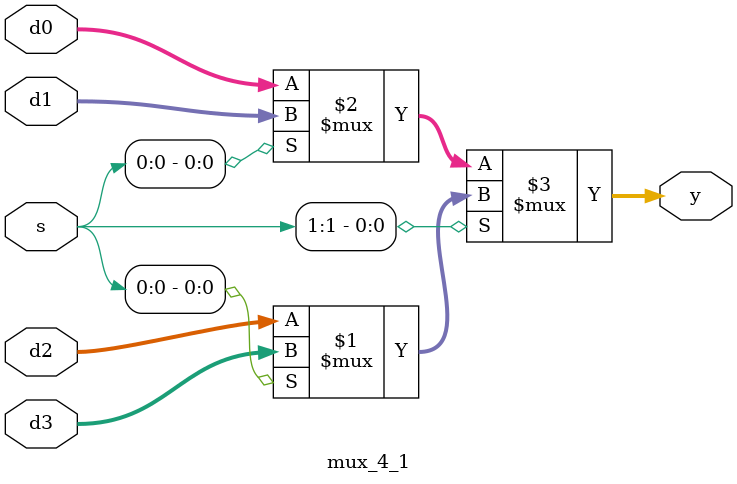
<source format=v>
module mux_4_1 (
	input  [1:0] s,
	input  [2:0] d0,
	input  [2:0] d1,
	input  [2:0] d2,
	input  [2:0] d3,
	output [2:0] y
);

// always @(*) begin
	// if (s == 2'b00)
		// y = d0;
	// else if (s == 2'b01)
		// y = d1;
	// else if (s == 2'b10)
		// y = d2;
	// else if (s == 2'b11)
		// y = d3;
	// else
		// y = 3'bxxx;
// end
// 
// always @(*) begin
	// case (s)
		// 2'b00: y = d0; 
		// 2'b01: y = d1;
		// 2'b10: y = d2;
		// 2'b11: y = d3;
		// default: y = 3'bxxx;
	// endcase
// end

assign y = s[1] ? (s[0] ? d3 : d2) : (s[0] ? d1 : d0);


endmodule

</source>
